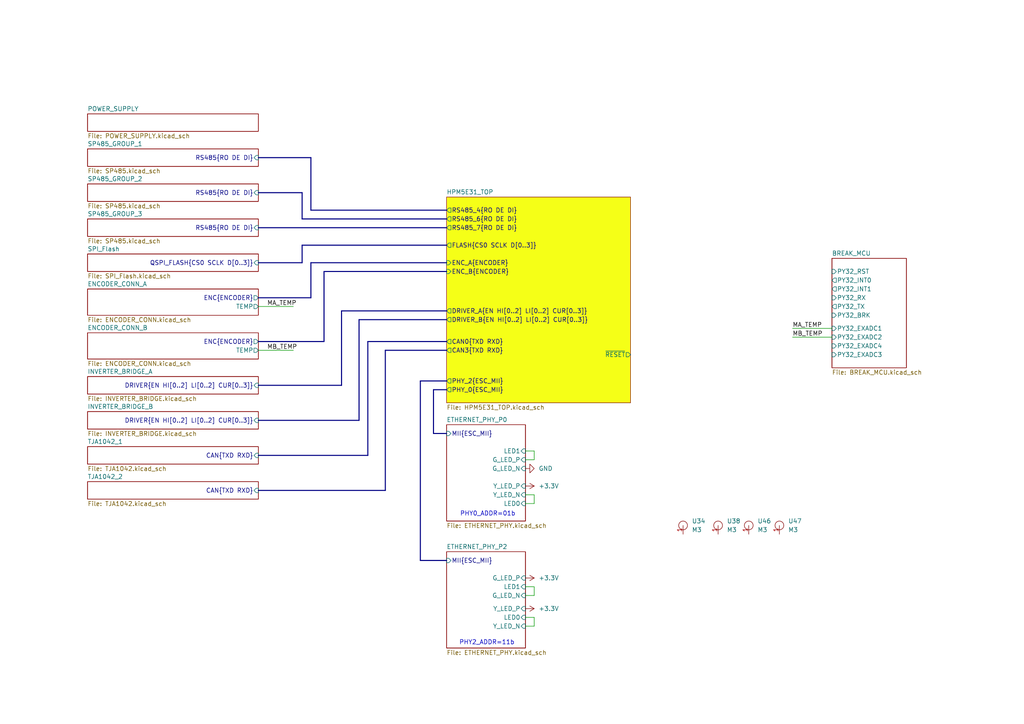
<source format=kicad_sch>
(kicad_sch (version 20250114) (generator "eeschema") (generator_version "9.0")
  (paper "A4")
  (lib_symbols
    (symbol "HPM6280Foc:M3"
      (property "Reference" "U" (at 0 0 0))
      (property "Value" "M3" (at 0 0 0))
      (symbol "M3_0_1"
        (circle (center 0 0) (radius 1.27))
      )
      (symbol "M3_1_0"
        (pin unspecified line (at 0 -2.54 90) (length 2.54) (name "~") (number "1"))
      )
    )
    (symbol "power:+3.3V" (power) (pin_numbers (hide yes)) (pin_names (offset 0) (hide yes))
      (property "Value" "+3.3V" (at 0 3.556 0))
      (symbol "+3.3V_0_1"
        (polyline (pts (xy -0.762 1.27) (xy 0 2.54)))
        (polyline (pts (xy 0 2.54) (xy 0.762 1.27)))
        (polyline (pts (xy 0 0) (xy 0 2.54)))
      )
      (symbol "+3.3V_1_1"
        (pin power_in line (at 0 0 90) (length 0) (name "~") (number "1"))
      )
    )
    (symbol "power:GND" (power) (pin_numbers (hide yes)) (pin_names (offset 0) (hide yes))
      (property "Value" "GND" (at 0 -3.81 0))
      (symbol "GND_0_1"
        (polyline (pts (xy 0 0) (xy 0 -1.27) (xy 1.27 -1.27) (xy 0 -2.54) (xy -1.27 -1.27) (xy 0 -1.27)))
      )
      (symbol "GND_1_1"
        (pin power_in line (at 0 0 270) (length 0) (name "~") (number "1"))
      )
    )
  )
  (bus_alias "ESC_MII" (members "TXC" "TXEN" "TXD[0..3]" "RXC" "RX_DV" "RX_ER" "RXD[0..3]" "MDIO" "MDC" "REFCLK" "LINK" "RST"))
  (text "PHY2_ADDR=11b" (at 141.224 186.436 0) (effects (font (size 1.27 1.27))))
  (text "PHY0_ADDR=01b" (at 141.478 149.098 0) (effects (font (size 1.27 1.27))))
  (bus (pts (xy 93.98 99.06) (xy 93.98 78.74)))
  (bus (pts (xy 87.63 55.88) (xy 87.63 63.5)))
  (bus (pts (xy 93.98 78.74) (xy 129.54 78.74)))
  (bus (pts (xy 125.73 125.73) (xy 129.54 125.73)))
  (bus (pts (xy 121.92 162.56) (xy 129.54 162.56)))
  (bus (pts (xy 87.63 76.2) (xy 74.93 76.2)))
  (bus (pts (xy 74.93 111.76) (xy 99.06 111.76)))
  (bus (pts (xy 104.14 92.71) (xy 129.54 92.71)))
  (bus (pts (xy 129.54 110.49) (xy 121.92 110.49)))
  (bus (pts (xy 129.54 113.03) (xy 125.73 113.03)))
  (wire (pts (xy 154.94 172.72) (xy 152.4 172.72)))
  (bus (pts (xy 125.73 113.03) (xy 125.73 125.73)))
  (bus (pts (xy 74.93 66.04) (xy 129.54 66.04)))
  (bus (pts (xy 104.14 92.71) (xy 104.14 121.92)))
  (bus (pts (xy 129.54 101.6) (xy 111.76 101.6)))
  (bus (pts (xy 74.93 121.92) (xy 104.14 121.92)))
  (wire (pts (xy 152.4 179.07) (xy 154.94 179.07)))
  (wire (pts (xy 74.93 88.9) (xy 85.09 88.9)))
  (bus (pts (xy 121.92 110.49) (xy 121.92 162.56)))
  (bus (pts (xy 74.93 99.06) (xy 93.98 99.06)))
  (wire (pts (xy 154.94 133.35) (xy 152.4 133.35)))
  (wire (pts (xy 152.4 170.18) (xy 154.94 170.18)))
  (wire (pts (xy 152.4 146.05) (xy 154.94 146.05)))
  (wire (pts (xy 154.94 170.18) (xy 154.94 172.72)))
  (bus (pts (xy 90.17 60.96) (xy 90.17 45.72)))
  (bus (pts (xy 74.93 132.08) (xy 106.68 132.08)))
  (bus (pts (xy 87.63 63.5) (xy 129.54 63.5)))
  (wire (pts (xy 152.4 130.81) (xy 154.94 130.81)))
  (wire (pts (xy 229.87 97.79) (xy 241.3 97.79)))
  (bus (pts (xy 74.93 55.88) (xy 87.63 55.88)))
  (bus (pts (xy 111.76 101.6) (xy 111.76 142.24)))
  (bus (pts (xy 111.76 142.24) (xy 74.93 142.24)))
  (bus (pts (xy 106.68 132.08) (xy 106.68 99.06)))
  (bus (pts (xy 99.06 90.17) (xy 129.54 90.17)))
  (wire (pts (xy 154.94 130.81) (xy 154.94 133.35)))
  (bus (pts (xy 74.93 86.36) (xy 90.17 86.36)))
  (bus (pts (xy 90.17 86.36) (xy 90.17 76.2)))
  (bus (pts (xy 90.17 76.2) (xy 129.54 76.2)))
  (bus (pts (xy 106.68 99.06) (xy 129.54 99.06)))
  (wire (pts (xy 154.94 181.61) (xy 152.4 181.61)))
  (bus (pts (xy 74.93 45.72) (xy 90.17 45.72)))
  (wire (pts (xy 152.4 143.51) (xy 154.94 143.51)))
  (wire (pts (xy 229.87 95.25) (xy 241.3 95.25)))
  (bus (pts (xy 87.63 71.12) (xy 129.54 71.12)))
  (wire (pts (xy 154.94 143.51) (xy 154.94 146.05)))
  (bus (pts (xy 99.06 111.76) (xy 99.06 90.17)))
  (bus (pts (xy 87.63 71.12) (xy 87.63 76.2)))
  (wire (pts (xy 154.94 179.07) (xy 154.94 181.61)))
  (bus (pts (xy 129.54 60.96) (xy 90.17 60.96)))
  (wire (pts (xy 74.93 101.6) (xy 85.09 101.6)))
  (label "MB_TEMP" (at 77.47 101.6 0))
  (label "MA_TEMP" (at 229.87 95.25 0))
  (label "MB_TEMP" (at 229.87 97.79 0))
  (label "MA_TEMP" (at 77.47 88.9 0))
  (symbol (lib_id "HPM6280Foc:M3") (at 198.12 152.4 0) (unit 1)
    (property "Reference" "U34" (at 200.66 151.1299 0) (effects (justify left)))
    (property "Value" "M3" (at 200.66 153.6699 0) (effects (justify left)))
    (property "Footprint" "MountingHole:MountingHole_3.2mm_M3_Pad_Via" (effects (hide yes)))
  )
  (symbol (lib_id "HPM6280Foc:M3") (at 226.06 152.4 0) (unit 1)
    (property "Reference" "U47" (at 228.6 151.1299 0) (effects (justify left)))
    (property "Value" "M3" (at 228.6 153.6699 0) (effects (justify left)))
    (property "Footprint" "MountingHole:MountingHole_3.2mm_M3_Pad_Via" (effects (hide yes)))
  )
  (symbol (lib_id "power:GND") (at 152.4 135.89 90) (unit 1)
    (property "Reference" "#PWR01" (effects (hide yes)))
    (property "Value" "GND" (at 156.21 135.8899 90) (effects (justify right)))
    (property "Description" "Power symbol creates a global label with name \"GND\" , ground" (effects (hide yes)))
  )
  (symbol (lib_id "power:+3.3V") (at 152.4 167.64 270) (unit 1)
    (property "Reference" "#PWR0219" (effects (hide yes)))
    (property "Value" "+3.3V" (at 156.21 167.6399 90) (effects (justify left)))
    (property "Description" "Power symbol creates a global label with name \"+3.3V\"" (effects (hide yes)))
  )
  (symbol (lib_id "power:+3.3V") (at 152.4 176.53 270) (unit 1)
    (property "Reference" "#PWR02" (effects (hide yes)))
    (property "Value" "+3.3V" (at 156.21 176.5299 90) (effects (justify left)))
    (property "Description" "Power symbol creates a global label with name \"+3.3V\"" (effects (hide yes)))
  )
  (symbol (lib_id "HPM6280Foc:M3") (at 208.28 152.4 0) (unit 1)
    (property "Reference" "U38" (at 210.82 151.1299 0) (effects (justify left)))
    (property "Value" "M3" (at 210.82 153.6699 0) (effects (justify left)))
    (property "Footprint" "MountingHole:MountingHole_3.2mm_M3_Pad_Via" (effects (hide yes)))
  )
  (symbol (lib_id "power:+3.3V") (at 152.4 140.97 270) (unit 1)
    (property "Reference" "#PWR0218" (effects (hide yes)))
    (property "Value" "+3.3V" (at 156.21 140.9699 90) (effects (justify left)))
    (property "Description" "Power symbol creates a global label with name \"+3.3V\"" (effects (hide yes)))
  )
  (symbol (lib_id "HPM6280Foc:M3") (at 217.17 152.4 0) (unit 1)
    (property "Reference" "U46" (at 219.71 151.1299 0) (effects (justify left)))
    (property "Value" "M3" (at 219.71 153.6699 0) (effects (justify left)))
    (property "Footprint" "MountingHole:MountingHole_3.2mm_M3_Pad_Via" (effects (hide yes)))
  )
  (sheet (at 129.54 123.19) (size 22.86 27.94) (stroke (width 0.1524))
    (property "Sheetname" "ETHERNET_PHY_P0" (at 129.54 122.4784 0) (effects (justify left bottom)))
    (property "Sheetfile" "ETHERNET_PHY.kicad_sch" (at 129.54 151.7146 0) (effects (justify left top)))
    (pin "G_LED_N" input (at 152.4 135.89 0))
    (pin "G_LED_P" input (at 152.4 133.35 0))
    (pin "MII{ESC_MII}" input (at 129.54 125.73 180))
    (pin "Y_LED_N" input (at 152.4 143.51 0))
    (pin "Y_LED_P" input (at 152.4 140.97 0))
    (pin "LED0" input (at 152.4 146.05 0))
    (pin "LED1" input (at 152.4 130.81 0))
  )
  (sheet (at 25.4 63.5) (size 49.53 5.08) (stroke (width 0.1524))
    (property "Sheetname" "SP485_GROUP_3" (at 25.4 62.7884 0) (effects (justify left bottom)))
    (property "Sheetfile" "SP485.kicad_sch" (at 25.4 69.1646 0) (effects (justify left top)))
    (pin "RS485{RO DE DI}" input (at 74.93 66.04 0))
  )
  (sheet (at 25.4 119.38) (size 49.53 5.08) (stroke (width 0.1524))
    (property "Sheetname" "INVERTER_BRIDGE_B" (at 25.4 118.6684 0) (effects (justify left bottom)))
    (property "Sheetfile" "INVERTER_BRIDGE.kicad_sch" (at 25.4 125.0446 0) (effects (justify left top)))
    (pin "DRIVER{EN HI[0..2] LI[0..2] CUR[0..3]}" input (at 74.93 121.92 0))
  )
  (sheet (at 129.54 160.02) (size 22.86 27.94) (stroke (width 0.1524))
    (property "Sheetname" "ETHERNET_PHY_P2" (at 129.54 159.3084 0) (effects (justify left bottom)))
    (property "Sheetfile" "ETHERNET_PHY.kicad_sch" (at 129.54 188.5446 0) (effects (justify left top)))
    (pin "G_LED_N" input (at 152.4 172.72 0))
    (pin "G_LED_P" input (at 152.4 167.64 0))
    (pin "MII{ESC_MII}" input (at 129.54 162.56 180))
    (pin "Y_LED_N" input (at 152.4 181.61 0))
    (pin "Y_LED_P" input (at 152.4 176.53 0))
    (pin "LED0" input (at 152.4 179.07 0))
    (pin "LED1" input (at 152.4 170.18 0))
  )
  (sheet (at 25.4 83.82) (size 49.53 7.62) (stroke (width 0.1524))
    (property "Sheetname" "ENCODER_CONN_A" (at 25.4 83.1084 0) (effects (justify left bottom)))
    (property "Sheetfile" "ENCODER_CONN.kicad_sch" (at 25.4 92.0246 0) (effects (justify left top)))
    (pin "ENC{ENCODER}" output (at 74.93 86.36 0))
    (pin "TEMP" output (at 74.93 88.9 0))
  )
  (sheet (at 25.4 43.18) (size 49.53 5.08) (stroke (width 0.1524))
    (property "Sheetname" "SP485_GROUP_1" (at 25.4 42.4684 0) (effects (justify left bottom)))
    (property "Sheetfile" "SP485.kicad_sch" (at 25.4 48.8446 0) (effects (justify left top)))
    (pin "RS485{RO DE DI}" input (at 74.93 45.72 0))
  )
  (sheet (at 25.4 109.22) (size 49.53 5.08) (stroke (width 0.1524))
    (property "Sheetname" "INVERTER_BRIDGE_A" (at 25.4 108.5084 0) (effects (justify left bottom)))
    (property "Sheetfile" "INVERTER_BRIDGE.kicad_sch" (at 25.4 114.8846 0) (effects (justify left top)))
    (pin "DRIVER{EN HI[0..2] LI[0..2] CUR[0..3]}" input (at 74.93 111.76 0))
  )
  (sheet (at 25.4 73.66) (size 49.53 5.08) (stroke (width 0.1524))
    (property "Sheetname" "SPI_Flash" (at 25.4 72.9484 0) (effects (justify left bottom)))
    (property "Sheetfile" "SPI_Flash.kicad_sch" (at 25.4 79.3246 0) (effects (justify left top)))
    (pin "QSPI_FLASH{CS0 SCLK D[0..3]}" input (at 74.93 76.2 0))
  )
  (sheet (at 241.3 74.93) (size 21.59 31.75) (stroke (width 0.1524))
    (property "Sheetname" "BREAK_MCU" (at 241.3 74.2184 0) (effects (justify left bottom)))
    (property "Sheetfile" "BREAK_MCU.kicad_sch" (at 241.3 107.2646 0) (effects (justify left top)))
    (pin "PY32_INT0" output (at 241.3 81.28 180))
    (pin "PY32_INT1" output (at 241.3 83.82 180))
    (pin "PY32_RST" input (at 241.3 78.74 180))
    (pin "PY32_RX" input (at 241.3 86.36 180))
    (pin "PY32_TX" output (at 241.3 88.9 180))
    (pin "PY32_EXADC1" input (at 241.3 95.25 180))
    (pin "PY32_EXADC3" input (at 241.3 102.87 180))
    (pin "PY32_EXADC4" input (at 241.3 100.33 180))
    (pin "PY32_EXADC2" input (at 241.3 97.79 180))
    (pin "PY32_BRK" input (at 241.3 91.44 180))
  )
  (sheet (at 25.4 129.54) (size 49.53 5.08) (stroke (width 0.1524))
    (property "Sheetname" "TJA1042_1" (at 25.4 128.8284 0) (effects (justify left bottom)))
    (property "Sheetfile" "TJA1042.kicad_sch" (at 25.4 135.2046 0) (effects (justify left top)))
    (pin "CAN{TXD RXD}" input (at 74.93 132.08 0))
  )
  (sheet (at 25.4 53.34) (size 49.53 5.08) (stroke (width 0.1524))
    (property "Sheetname" "SP485_GROUP_2" (at 25.4 52.6284 0) (effects (justify left bottom)))
    (property "Sheetfile" "SP485.kicad_sch" (at 25.4 59.0046 0) (effects (justify left top)))
    (pin "RS485{RO DE DI}" input (at 74.93 55.88 0))
  )
  (sheet (at 25.4 96.52) (size 49.53 7.62) (stroke (width 0.1524))
    (property "Sheetname" "ENCODER_CONN_B" (at 25.4 95.8084 0) (effects (justify left bottom)))
    (property "Sheetfile" "ENCODER_CONN.kicad_sch" (at 25.4 104.7246 0) (effects (justify left top)))
    (pin "ENC{ENCODER}" output (at 74.93 99.06 0))
    (pin "TEMP" output (at 74.93 101.6 0))
  )
  (sheet (at 25.4 33.02) (size 49.53 5.08) (stroke (width 0.1524))
    (property "Sheetname" "POWER_SUPPLY" (at 25.4 32.3084 0) (effects (justify left bottom)))
    (property "Sheetfile" "POWER_SUPPLY.kicad_sch" (at 25.4 38.6846 0) (effects (justify left top)))
  )
  (sheet (at 129.54 57.15) (size 53.34 59.69) (stroke (width 0.1524)) (fill (color 245 255 23 1.0000))
    (property "Sheetname" "HPM5E31_TOP" (at 129.54 56.4384 0) (effects (justify left bottom)))
    (property "Sheetfile" "HPM5E31_TOP.kicad_sch" (at 129.54 117.4246 0) (effects (justify left top)))
    (pin "PHY_2{ESC_MII}" output (at 129.54 110.49 180))
    (pin "PHY_0{ESC_MII}" output (at 129.54 113.03 180))
    (pin "RS485_4{RO DE DI}" output (at 129.54 60.96 180))
    (pin "RS485_6{RO DE DI}" output (at 129.54 63.5 180))
    (pin "RS485_7{RO DE DI}" output (at 129.54 66.04 180))
    (pin "~{RESET}" output (at 182.88 102.87 0))
    (pin "FLASH{CS0 SCLK D[0..3]}" output (at 129.54 71.12 180))
    (pin "ENC_A{ENCODER}" input (at 129.54 76.2 180))
    (pin "ENC_B{ENCODER}" input (at 129.54 78.74 180))
    (pin "DRIVER_B{EN HI[0..2] LI[0..2] CUR[0..3]}" output (at 129.54 92.71 180))
    (pin "DRIVER_A{EN HI[0..2] LI[0..2] CUR[0..3]}" output (at 129.54 90.17 180))
    (pin "CAN0{TXD RXD}" output (at 129.54 99.06 180))
    (pin "CAN3{TXD RXD}" output (at 129.54 101.6 180))
  )
  (sheet (at 25.4 139.7) (size 49.53 5.08) (stroke (width 0.1524))
    (property "Sheetname" "TJA1042_2" (at 25.4 138.9884 0) (effects (justify left bottom)))
    (property "Sheetfile" "TJA1042.kicad_sch" (at 25.4 145.3646 0) (effects (justify left top)))
    (pin "CAN{TXD RXD}" input (at 74.93 142.24 0))
  )
)
</source>
